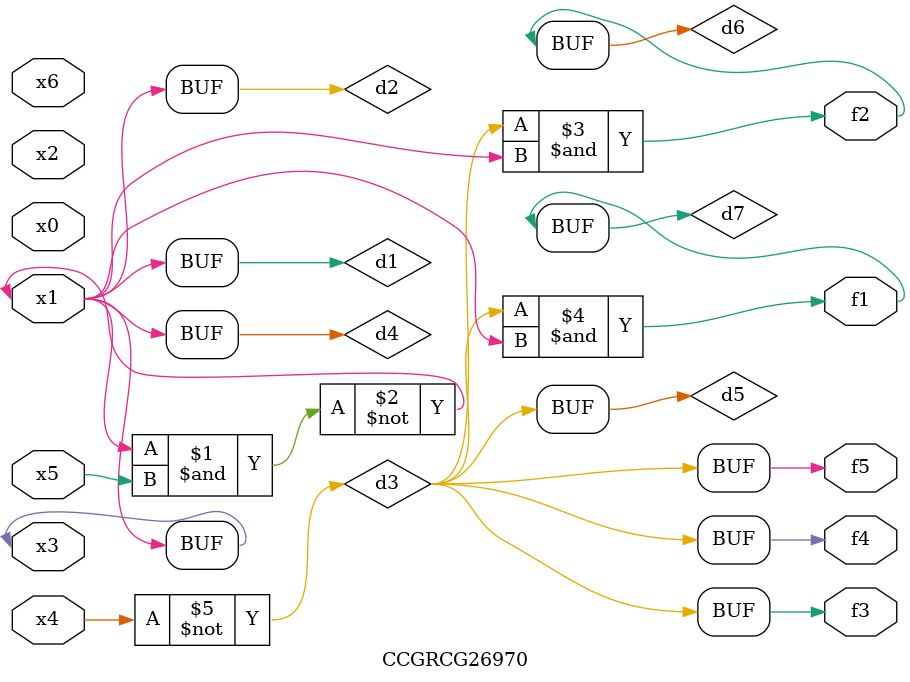
<source format=v>
module CCGRCG26970(
	input x0, x1, x2, x3, x4, x5, x6,
	output f1, f2, f3, f4, f5
);

	wire d1, d2, d3, d4, d5, d6, d7;

	buf (d1, x1, x3);
	nand (d2, x1, x5);
	not (d3, x4);
	buf (d4, d1, d2);
	buf (d5, d3);
	and (d6, d3, d4);
	and (d7, d3, d4);
	assign f1 = d7;
	assign f2 = d6;
	assign f3 = d5;
	assign f4 = d5;
	assign f5 = d5;
endmodule

</source>
